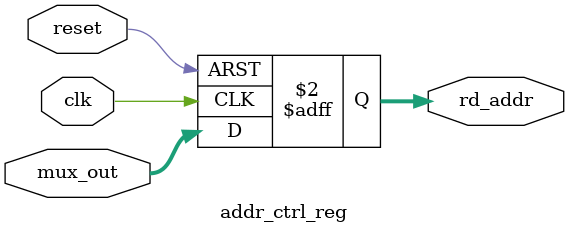
<source format=v>
`timescale 1ns / 1ps


module addr_ctrl_reg(
 input clk, reset,
 input [7:0] mux_out,
 output reg [7:0] rd_addr
    );
    
    always @(posedge clk, posedge reset) begin
     if (reset)
      rd_addr <= 8'b00000000;
     else 
      rd_addr <= mux_out;
    end
    
endmodule
</source>
